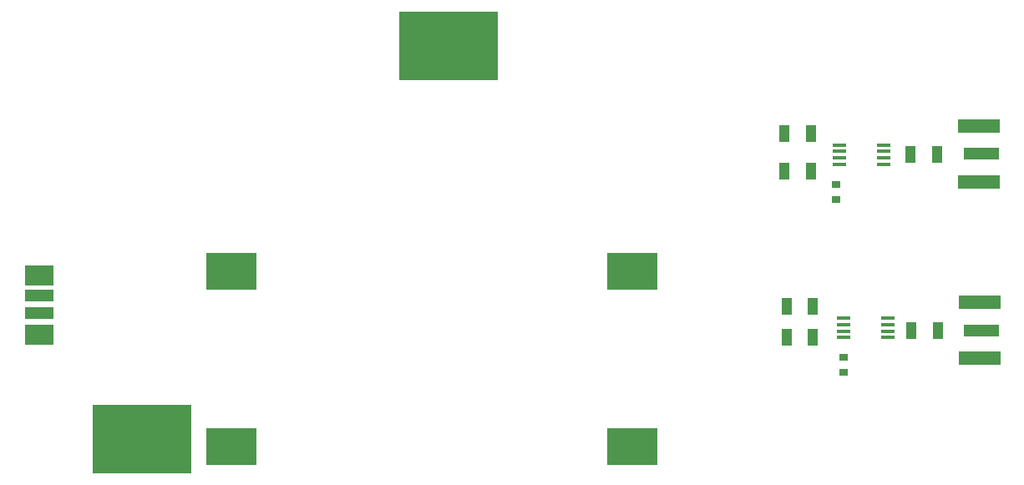
<source format=gtp>
%FSLAX25Y25*%
%MOIN*%
G70*
G01*
G75*
G04 Layer_Color=8421504*
%ADD10R,0.16535X0.05315*%
%ADD11R,0.14173X0.05000*%
G04:AMPARAMS|DCode=12|XSize=14.96mil|YSize=55.12mil|CornerRadius=3.74mil|HoleSize=0mil|Usage=FLASHONLY|Rotation=270.000|XOffset=0mil|YOffset=0mil|HoleType=Round|Shape=RoundedRectangle|*
%AMROUNDEDRECTD12*
21,1,0.01496,0.04764,0,0,270.0*
21,1,0.00748,0.05512,0,0,270.0*
1,1,0.00748,-0.02382,-0.00374*
1,1,0.00748,-0.02382,0.00374*
1,1,0.00748,0.02382,0.00374*
1,1,0.00748,0.02382,-0.00374*
%
%ADD12ROUNDEDRECTD12*%
%ADD13R,0.04331X0.06693*%
%ADD14R,0.39370X0.27559*%
%ADD15R,0.03543X0.02756*%
%ADD16R,0.11811X0.04567*%
%ADD17R,0.11811X0.07874*%
%ADD18R,0.20000X0.15000*%
%ADD19C,0.01000*%
%ADD20C,0.01969*%
%ADD21C,0.05906*%
%ADD22R,0.05906X0.05906*%
%ADD23R,0.09843X0.09843*%
%ADD24R,0.05906X0.05906*%
%ADD25C,0.06000*%
%ADD26O,0.07874X0.15748*%
%ADD27O,0.15748X0.07874*%
%ADD28O,0.08661X0.17323*%
%ADD29C,0.02000*%
%ADD30C,0.00787*%
%ADD31C,0.00900*%
%ADD32C,0.00591*%
%ADD33C,0.00200*%
%ADD34C,0.01500*%
%ADD35C,0.00700*%
%ADD36C,0.00500*%
%ADD37C,0.01181*%
D10*
X438189Y83957D02*
D03*
Y61713D02*
D03*
X438067Y154504D02*
D03*
Y132260D02*
D03*
D11*
X438976Y72835D02*
D03*
X438854Y143382D02*
D03*
D12*
X399996Y141748D02*
D03*
Y139189D02*
D03*
Y144307D02*
D03*
Y146866D02*
D03*
X382279Y139189D02*
D03*
Y141748D02*
D03*
Y146866D02*
D03*
Y144307D02*
D03*
X383858Y75098D02*
D03*
Y77658D02*
D03*
Y72539D02*
D03*
Y69980D02*
D03*
X401575Y77658D02*
D03*
Y75098D02*
D03*
Y69980D02*
D03*
Y72539D02*
D03*
D13*
X421453Y143027D02*
D03*
X410823D02*
D03*
X421654Y72835D02*
D03*
X411024D02*
D03*
X370953Y136528D02*
D03*
X360323D02*
D03*
X370953Y151528D02*
D03*
X360323D02*
D03*
X371815Y70000D02*
D03*
X361185D02*
D03*
X371815Y82500D02*
D03*
X361185D02*
D03*
D14*
X226500Y186500D02*
D03*
X104000Y29500D02*
D03*
D15*
X381138Y130980D02*
D03*
Y125075D02*
D03*
X383858Y62008D02*
D03*
Y56102D02*
D03*
D16*
X62992Y86614D02*
D03*
Y79921D02*
D03*
D17*
Y94882D02*
D03*
Y71260D02*
D03*
D18*
X139764Y96457D02*
D03*
Y26457D02*
D03*
X299764D02*
D03*
Y96457D02*
D03*
M02*

</source>
